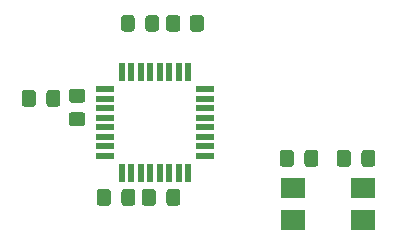
<source format=gbr>
%TF.GenerationSoftware,KiCad,Pcbnew,(5.1.10)-1*%
%TF.CreationDate,2021-11-06T11:37:03+01:00*%
%TF.ProjectId,msx-mouse-adapter,6d73782d-6d6f-4757-9365-2d6164617074,rev?*%
%TF.SameCoordinates,Original*%
%TF.FileFunction,Paste,Bot*%
%TF.FilePolarity,Positive*%
%FSLAX46Y46*%
G04 Gerber Fmt 4.6, Leading zero omitted, Abs format (unit mm)*
G04 Created by KiCad (PCBNEW (5.1.10)-1) date 2021-11-06 11:37:03*
%MOMM*%
%LPD*%
G01*
G04 APERTURE LIST*
%ADD10R,0.550000X1.600000*%
%ADD11R,1.600000X0.550000*%
%ADD12R,2.100000X1.700000*%
G04 APERTURE END LIST*
D10*
%TO.C,U1*%
X134868000Y-39692000D03*
X135668000Y-39692000D03*
X136468000Y-39692000D03*
X137268000Y-39692000D03*
X138068000Y-39692000D03*
X138868000Y-39692000D03*
X139668000Y-39692000D03*
X140468000Y-39692000D03*
D11*
X141918000Y-41142000D03*
X141918000Y-41942000D03*
X141918000Y-42742000D03*
X141918000Y-43542000D03*
X141918000Y-44342000D03*
X141918000Y-45142000D03*
X141918000Y-45942000D03*
X141918000Y-46742000D03*
D10*
X140468000Y-48192000D03*
X139668000Y-48192000D03*
X138868000Y-48192000D03*
X138068000Y-48192000D03*
X137268000Y-48192000D03*
X136468000Y-48192000D03*
X135668000Y-48192000D03*
X134868000Y-48192000D03*
D11*
X133418000Y-46742000D03*
X133418000Y-45942000D03*
X133418000Y-45142000D03*
X133418000Y-44342000D03*
X133418000Y-43542000D03*
X133418000Y-42742000D03*
X133418000Y-41942000D03*
X133418000Y-41142000D03*
%TD*%
%TO.C,C4*%
G36*
G01*
X135991000Y-49817000D02*
X135991000Y-50767000D01*
G75*
G02*
X135741000Y-51017000I-250000J0D01*
G01*
X135066000Y-51017000D01*
G75*
G02*
X134816000Y-50767000I0J250000D01*
G01*
X134816000Y-49817000D01*
G75*
G02*
X135066000Y-49567000I250000J0D01*
G01*
X135741000Y-49567000D01*
G75*
G02*
X135991000Y-49817000I0J-250000D01*
G01*
G37*
G36*
G01*
X133916000Y-49817000D02*
X133916000Y-50767000D01*
G75*
G02*
X133666000Y-51017000I-250000J0D01*
G01*
X132991000Y-51017000D01*
G75*
G02*
X132741000Y-50767000I0J250000D01*
G01*
X132741000Y-49817000D01*
G75*
G02*
X132991000Y-49567000I250000J0D01*
G01*
X133666000Y-49567000D01*
G75*
G02*
X133916000Y-49817000I0J-250000D01*
G01*
G37*
%TD*%
D12*
%TO.C,Y1*%
X149352000Y-49530000D03*
X155252000Y-49530000D03*
X155252000Y-52230000D03*
X149352000Y-52230000D03*
%TD*%
%TO.C,C1*%
G36*
G01*
X136551000Y-50767000D02*
X136551000Y-49817000D01*
G75*
G02*
X136801000Y-49567000I250000J0D01*
G01*
X137476000Y-49567000D01*
G75*
G02*
X137726000Y-49817000I0J-250000D01*
G01*
X137726000Y-50767000D01*
G75*
G02*
X137476000Y-51017000I-250000J0D01*
G01*
X136801000Y-51017000D01*
G75*
G02*
X136551000Y-50767000I0J250000D01*
G01*
G37*
G36*
G01*
X138626000Y-50767000D02*
X138626000Y-49817000D01*
G75*
G02*
X138876000Y-49567000I250000J0D01*
G01*
X139551000Y-49567000D01*
G75*
G02*
X139801000Y-49817000I0J-250000D01*
G01*
X139801000Y-50767000D01*
G75*
G02*
X139551000Y-51017000I-250000J0D01*
G01*
X138876000Y-51017000D01*
G75*
G02*
X138626000Y-50767000I0J250000D01*
G01*
G37*
%TD*%
%TO.C,C2*%
G36*
G01*
X150310000Y-47465000D02*
X150310000Y-46515000D01*
G75*
G02*
X150560000Y-46265000I250000J0D01*
G01*
X151235000Y-46265000D01*
G75*
G02*
X151485000Y-46515000I0J-250000D01*
G01*
X151485000Y-47465000D01*
G75*
G02*
X151235000Y-47715000I-250000J0D01*
G01*
X150560000Y-47715000D01*
G75*
G02*
X150310000Y-47465000I0J250000D01*
G01*
G37*
G36*
G01*
X148235000Y-47465000D02*
X148235000Y-46515000D01*
G75*
G02*
X148485000Y-46265000I250000J0D01*
G01*
X149160000Y-46265000D01*
G75*
G02*
X149410000Y-46515000I0J-250000D01*
G01*
X149410000Y-47465000D01*
G75*
G02*
X149160000Y-47715000I-250000J0D01*
G01*
X148485000Y-47715000D01*
G75*
G02*
X148235000Y-47465000I0J250000D01*
G01*
G37*
%TD*%
%TO.C,C3*%
G36*
G01*
X156311000Y-46515000D02*
X156311000Y-47465000D01*
G75*
G02*
X156061000Y-47715000I-250000J0D01*
G01*
X155386000Y-47715000D01*
G75*
G02*
X155136000Y-47465000I0J250000D01*
G01*
X155136000Y-46515000D01*
G75*
G02*
X155386000Y-46265000I250000J0D01*
G01*
X156061000Y-46265000D01*
G75*
G02*
X156311000Y-46515000I0J-250000D01*
G01*
G37*
G36*
G01*
X154236000Y-46515000D02*
X154236000Y-47465000D01*
G75*
G02*
X153986000Y-47715000I-250000J0D01*
G01*
X153311000Y-47715000D01*
G75*
G02*
X153061000Y-47465000I0J250000D01*
G01*
X153061000Y-46515000D01*
G75*
G02*
X153311000Y-46265000I250000J0D01*
G01*
X153986000Y-46265000D01*
G75*
G02*
X154236000Y-46515000I0J-250000D01*
G01*
G37*
%TD*%
%TO.C,C5*%
G36*
G01*
X127566000Y-41435000D02*
X127566000Y-42385000D01*
G75*
G02*
X127316000Y-42635000I-250000J0D01*
G01*
X126641000Y-42635000D01*
G75*
G02*
X126391000Y-42385000I0J250000D01*
G01*
X126391000Y-41435000D01*
G75*
G02*
X126641000Y-41185000I250000J0D01*
G01*
X127316000Y-41185000D01*
G75*
G02*
X127566000Y-41435000I0J-250000D01*
G01*
G37*
G36*
G01*
X129641000Y-41435000D02*
X129641000Y-42385000D01*
G75*
G02*
X129391000Y-42635000I-250000J0D01*
G01*
X128716000Y-42635000D01*
G75*
G02*
X128466000Y-42385000I0J250000D01*
G01*
X128466000Y-41435000D01*
G75*
G02*
X128716000Y-41185000I250000J0D01*
G01*
X129391000Y-41185000D01*
G75*
G02*
X129641000Y-41435000I0J-250000D01*
G01*
G37*
%TD*%
%TO.C,R1*%
G36*
G01*
X130613999Y-41072000D02*
X131514001Y-41072000D01*
G75*
G02*
X131764000Y-41321999I0J-249999D01*
G01*
X131764000Y-42022001D01*
G75*
G02*
X131514001Y-42272000I-249999J0D01*
G01*
X130613999Y-42272000D01*
G75*
G02*
X130364000Y-42022001I0J249999D01*
G01*
X130364000Y-41321999D01*
G75*
G02*
X130613999Y-41072000I249999J0D01*
G01*
G37*
G36*
G01*
X130613999Y-43072000D02*
X131514001Y-43072000D01*
G75*
G02*
X131764000Y-43321999I0J-249999D01*
G01*
X131764000Y-44022001D01*
G75*
G02*
X131514001Y-44272000I-249999J0D01*
G01*
X130613999Y-44272000D01*
G75*
G02*
X130364000Y-44022001I0J249999D01*
G01*
X130364000Y-43321999D01*
G75*
G02*
X130613999Y-43072000I249999J0D01*
G01*
G37*
%TD*%
%TO.C,R2*%
G36*
G01*
X140608000Y-36010001D02*
X140608000Y-35109999D01*
G75*
G02*
X140857999Y-34860000I249999J0D01*
G01*
X141558001Y-34860000D01*
G75*
G02*
X141808000Y-35109999I0J-249999D01*
G01*
X141808000Y-36010001D01*
G75*
G02*
X141558001Y-36260000I-249999J0D01*
G01*
X140857999Y-36260000D01*
G75*
G02*
X140608000Y-36010001I0J249999D01*
G01*
G37*
G36*
G01*
X138608000Y-36010001D02*
X138608000Y-35109999D01*
G75*
G02*
X138857999Y-34860000I249999J0D01*
G01*
X139558001Y-34860000D01*
G75*
G02*
X139808000Y-35109999I0J-249999D01*
G01*
X139808000Y-36010001D01*
G75*
G02*
X139558001Y-36260000I-249999J0D01*
G01*
X138857999Y-36260000D01*
G75*
G02*
X138608000Y-36010001I0J249999D01*
G01*
G37*
%TD*%
%TO.C,D1*%
G36*
G01*
X134798000Y-36010001D02*
X134798000Y-35109999D01*
G75*
G02*
X135047999Y-34860000I249999J0D01*
G01*
X135698001Y-34860000D01*
G75*
G02*
X135948000Y-35109999I0J-249999D01*
G01*
X135948000Y-36010001D01*
G75*
G02*
X135698001Y-36260000I-249999J0D01*
G01*
X135047999Y-36260000D01*
G75*
G02*
X134798000Y-36010001I0J249999D01*
G01*
G37*
G36*
G01*
X136848000Y-36010001D02*
X136848000Y-35109999D01*
G75*
G02*
X137097999Y-34860000I249999J0D01*
G01*
X137748001Y-34860000D01*
G75*
G02*
X137998000Y-35109999I0J-249999D01*
G01*
X137998000Y-36010001D01*
G75*
G02*
X137748001Y-36260000I-249999J0D01*
G01*
X137097999Y-36260000D01*
G75*
G02*
X136848000Y-36010001I0J249999D01*
G01*
G37*
%TD*%
M02*

</source>
